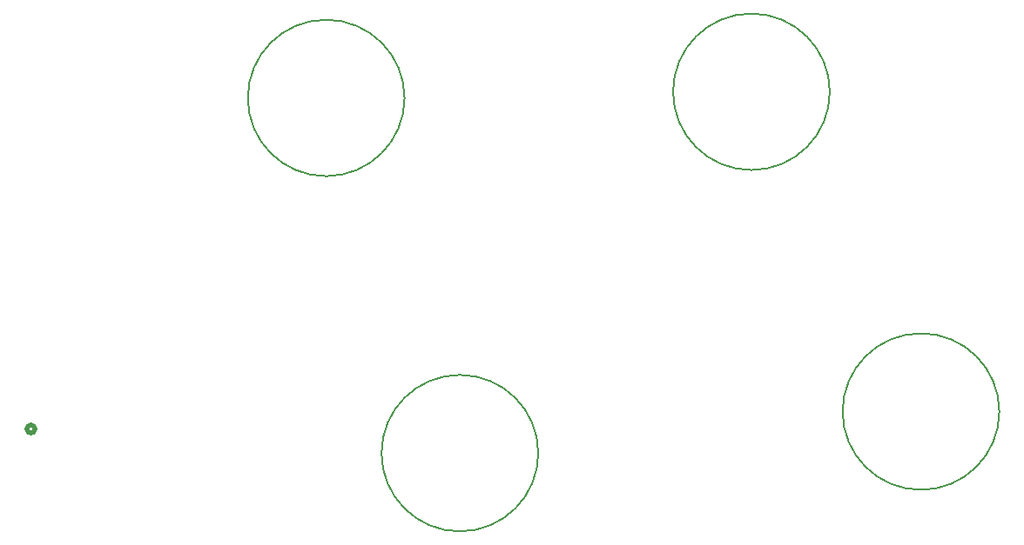
<source format=gbr>
%TF.GenerationSoftware,KiCad,Pcbnew,9.0.0*%
%TF.CreationDate,2025-03-23T18:58:35+01:00*%
%TF.ProjectId,PCB_Ampli,5043425f-416d-4706-9c69-2e6b69636164,rev?*%
%TF.SameCoordinates,Original*%
%TF.FileFunction,Legend,Bot*%
%TF.FilePolarity,Positive*%
%FSLAX46Y46*%
G04 Gerber Fmt 4.6, Leading zero omitted, Abs format (unit mm)*
G04 Created by KiCad (PCBNEW 9.0.0) date 2025-03-23 18:58:35*
%MOMM*%
%LPD*%
G01*
G04 APERTURE LIST*
%ADD10C,0.508000*%
%ADD11C,0.127000*%
G04 APERTURE END LIST*
D10*
%TO.C,J2*%
X29672104Y-81852600D02*
G75*
G02*
X28910104Y-81852600I-381000J0D01*
G01*
X28910104Y-81852600D02*
G75*
G02*
X29672104Y-81852600I381000J0D01*
G01*
D11*
%TO.C,12ax4*%
X123452200Y-80151200D02*
G75*
G02*
X108212200Y-80151200I-7620000J0D01*
G01*
X108212200Y-80151200D02*
G75*
G02*
X123452200Y-80151200I7620000J0D01*
G01*
%TO.C,12ax3*%
X78620000Y-84200000D02*
G75*
G02*
X63380000Y-84200000I-7620000J0D01*
G01*
X63380000Y-84200000D02*
G75*
G02*
X78620000Y-84200000I7620000J0D01*
G01*
%TO.C,12ax2*%
X106970000Y-49003300D02*
G75*
G02*
X91730000Y-49003300I-7620000J0D01*
G01*
X91730000Y-49003300D02*
G75*
G02*
X106970000Y-49003300I7620000J0D01*
G01*
%TO.C,12ax1*%
X65620000Y-49603300D02*
G75*
G02*
X50380000Y-49603300I-7620000J0D01*
G01*
X50380000Y-49603300D02*
G75*
G02*
X65620000Y-49603300I7620000J0D01*
G01*
%TD*%
M02*

</source>
